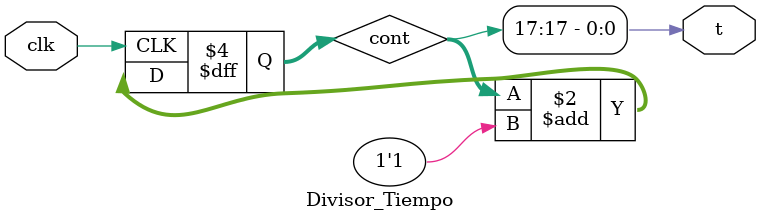
<source format=v>
`timescale 1ns / 1ps
module Divisor_Tiempo(	
	input clk,
	output t
    );

	reg [17:0] cont;

	initial begin
		cont=0;	
	end

	assign t=cont[17];
	
	always @(posedge clk)
		
			cont<=cont+1'b1;
		
endmodule 

</source>
